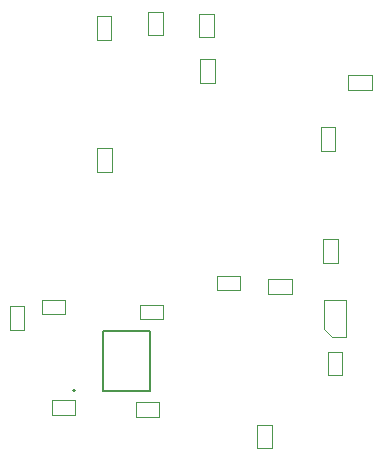
<source format=gbr>
G04 #@! TF.GenerationSoftware,KiCad,Pcbnew,5.1.7-a382d34a8~88~ubuntu18.04.1*
G04 #@! TF.CreationDate,2022-03-02T17:55:55+05:30*
G04 #@! TF.ProjectId,WaterTank_module_v1,57617465-7254-4616-9e6b-5f6d6f64756c,rev?*
G04 #@! TF.SameCoordinates,Original*
G04 #@! TF.FileFunction,Other,Fab,Bot*
%FSLAX46Y46*%
G04 Gerber Fmt 4.6, Leading zero omitted, Abs format (unit mm)*
G04 Created by KiCad (PCBNEW 5.1.7-a382d34a8~88~ubuntu18.04.1) date 2022-03-02 17:55:55*
%MOMM*%
%LPD*%
G01*
G04 APERTURE LIST*
%ADD10C,0.127000*%
%ADD11C,0.200000*%
%ADD12C,0.100000*%
G04 APERTURE END LIST*
D10*
X37448200Y-78912600D02*
X37448200Y-73812600D01*
X33448200Y-78912600D02*
X33448200Y-73812600D01*
X33448200Y-73812600D02*
X37448200Y-73812600D01*
X33448200Y-78912600D02*
X37448200Y-78912600D01*
D11*
X31103200Y-78867600D02*
G75*
G03*
X31103200Y-78867600I-100000J0D01*
G01*
D12*
X25542000Y-73710000D02*
X26782000Y-73710000D01*
X25542000Y-71710000D02*
X25542000Y-73710000D01*
X26782000Y-71710000D02*
X25542000Y-71710000D01*
X26782000Y-73710000D02*
X26782000Y-71710000D01*
X45084200Y-70381100D02*
X45084200Y-69141100D01*
X43084200Y-70381100D02*
X45084200Y-70381100D01*
X43084200Y-69141100D02*
X43084200Y-70381100D01*
X45084200Y-69141100D02*
X43084200Y-69141100D01*
X41607500Y-48947600D02*
X42847500Y-48947600D01*
X41607500Y-46947600D02*
X41607500Y-48947600D01*
X42847500Y-46947600D02*
X41607500Y-46947600D01*
X42847500Y-48947600D02*
X42847500Y-46947600D01*
X42916100Y-52805800D02*
X42916100Y-50805800D01*
X42916100Y-50805800D02*
X41676100Y-50805800D01*
X41676100Y-50805800D02*
X41676100Y-52805800D01*
X41676100Y-52805800D02*
X42916100Y-52805800D01*
X34150500Y-49150800D02*
X34150500Y-47150800D01*
X34150500Y-47150800D02*
X32910500Y-47150800D01*
X32910500Y-47150800D02*
X32910500Y-49150800D01*
X32910500Y-49150800D02*
X34150500Y-49150800D01*
X32976000Y-60364200D02*
X34216000Y-60364200D01*
X32976000Y-58364200D02*
X32976000Y-60364200D01*
X34216000Y-58364200D02*
X32976000Y-58364200D01*
X34216000Y-60364200D02*
X34216000Y-58364200D01*
X53316000Y-68064200D02*
X53316000Y-66064200D01*
X53316000Y-66064200D02*
X52076000Y-66064200D01*
X52076000Y-66064200D02*
X52076000Y-68064200D01*
X52076000Y-68064200D02*
X53316000Y-68064200D01*
X53716000Y-77564200D02*
X53716000Y-75564200D01*
X53716000Y-75564200D02*
X52476000Y-75564200D01*
X52476000Y-75564200D02*
X52476000Y-77564200D01*
X52476000Y-77564200D02*
X53716000Y-77564200D01*
X49442900Y-69412900D02*
X47442900Y-69412900D01*
X47442900Y-69412900D02*
X47442900Y-70652900D01*
X47442900Y-70652900D02*
X49442900Y-70652900D01*
X49442900Y-70652900D02*
X49442900Y-69412900D01*
X37243800Y-48769800D02*
X38483800Y-48769800D01*
X37243800Y-46769800D02*
X37243800Y-48769800D01*
X38483800Y-46769800D02*
X37243800Y-46769800D01*
X38483800Y-48769800D02*
X38483800Y-46769800D01*
X47716000Y-83764200D02*
X47716000Y-81764200D01*
X47716000Y-81764200D02*
X46476000Y-81764200D01*
X46476000Y-81764200D02*
X46476000Y-83764200D01*
X46476000Y-83764200D02*
X47716000Y-83764200D01*
X52196000Y-73664200D02*
X52846000Y-74314200D01*
X53996000Y-74314200D02*
X52846000Y-74314200D01*
X52196000Y-73664200D02*
X52196000Y-71214200D01*
X53996000Y-71214200D02*
X52196000Y-71214200D01*
X53996000Y-74314200D02*
X53996000Y-71214200D01*
X51876000Y-56564200D02*
X51876000Y-58564200D01*
X51876000Y-58564200D02*
X53116000Y-58564200D01*
X53116000Y-58564200D02*
X53116000Y-56564200D01*
X53116000Y-56564200D02*
X51876000Y-56564200D01*
X29100800Y-79679600D02*
X29100800Y-80919600D01*
X31100800Y-79679600D02*
X29100800Y-79679600D01*
X31100800Y-80919600D02*
X31100800Y-79679600D01*
X29100800Y-80919600D02*
X31100800Y-80919600D01*
X36564000Y-72827100D02*
X38564000Y-72827100D01*
X38564000Y-72827100D02*
X38564000Y-71587100D01*
X38564000Y-71587100D02*
X36564000Y-71587100D01*
X36564000Y-71587100D02*
X36564000Y-72827100D01*
X28237900Y-71157900D02*
X28237900Y-72397900D01*
X30237900Y-71157900D02*
X28237900Y-71157900D01*
X30237900Y-72397900D02*
X30237900Y-71157900D01*
X28237900Y-72397900D02*
X30237900Y-72397900D01*
X36223700Y-79870100D02*
X36223700Y-81110100D01*
X38223700Y-79870100D02*
X36223700Y-79870100D01*
X38223700Y-81110100D02*
X38223700Y-79870100D01*
X36223700Y-81110100D02*
X38223700Y-81110100D01*
X56196000Y-52139200D02*
X54196000Y-52139200D01*
X56196000Y-53389200D02*
X56196000Y-52139200D01*
X54196000Y-53389200D02*
X56196000Y-53389200D01*
X54196000Y-52139200D02*
X54196000Y-53389200D01*
M02*

</source>
